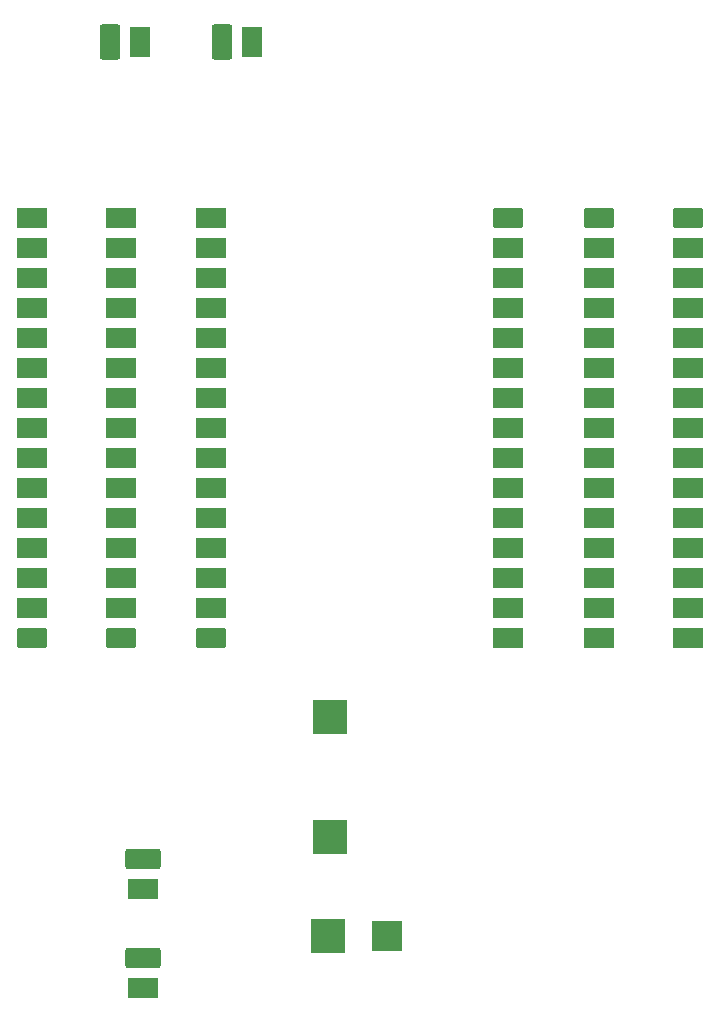
<source format=gbr>
%TF.GenerationSoftware,KiCad,Pcbnew,6.0.7+dfsg-1+b1*%
%TF.CreationDate,2022-10-20T00:31:16-05:00*%
%TF.ProjectId,esp32,65737033-322e-46b6-9963-61645f706362,rev?*%
%TF.SameCoordinates,Original*%
%TF.FileFunction,Copper,L2,Bot*%
%TF.FilePolarity,Positive*%
%FSLAX46Y46*%
G04 Gerber Fmt 4.6, Leading zero omitted, Abs format (unit mm)*
G04 Created by KiCad (PCBNEW 6.0.7+dfsg-1+b1) date 2022-10-20 00:31:16*
%MOMM*%
%LPD*%
G01*
G04 APERTURE LIST*
G04 Aperture macros list*
%AMRoundRect*
0 Rectangle with rounded corners*
0 $1 Rounding radius*
0 $2 $3 $4 $5 $6 $7 $8 $9 X,Y pos of 4 corners*
0 Add a 4 corners polygon primitive as box body*
4,1,4,$2,$3,$4,$5,$6,$7,$8,$9,$2,$3,0*
0 Add four circle primitives for the rounded corners*
1,1,$1+$1,$2,$3*
1,1,$1+$1,$4,$5*
1,1,$1+$1,$6,$7*
1,1,$1+$1,$8,$9*
0 Add four rect primitives between the rounded corners*
20,1,$1+$1,$2,$3,$4,$5,0*
20,1,$1+$1,$4,$5,$6,$7,0*
20,1,$1+$1,$6,$7,$8,$9,0*
20,1,$1+$1,$8,$9,$2,$3,0*%
G04 Aperture macros list end*
%TA.AperFunction,ComponentPad*%
%ADD10RoundRect,0.250000X1.020000X-0.620000X1.020000X0.620000X-1.020000X0.620000X-1.020000X-0.620000X0*%
%TD*%
%TA.AperFunction,ComponentPad*%
%ADD11R,2.540000X1.740000*%
%TD*%
%TA.AperFunction,ComponentPad*%
%ADD12RoundRect,0.250000X-0.620000X-1.250000X0.620000X-1.250000X0.620000X1.250000X-0.620000X1.250000X0*%
%TD*%
%TA.AperFunction,ComponentPad*%
%ADD13R,1.740000X2.540000*%
%TD*%
%TA.AperFunction,ComponentPad*%
%ADD14RoundRect,0.250000X-1.020000X0.620000X-1.020000X-0.620000X1.020000X-0.620000X1.020000X0.620000X0*%
%TD*%
%TA.AperFunction,ComponentPad*%
%ADD15R,2.500000X2.500000*%
%TD*%
%TA.AperFunction,ComponentPad*%
%ADD16R,3.000000X3.000000*%
%TD*%
%TA.AperFunction,ComponentPad*%
%ADD17RoundRect,0.250000X-1.250000X0.620000X-1.250000X-0.620000X1.250000X-0.620000X1.250000X0.620000X0*%
%TD*%
G04 APERTURE END LIST*
D10*
%TO.P,J6der1,1,Pin_1*%
%TO.N,3V3*%
X119937500Y-119590000D03*
D11*
%TO.P,J6der1,2,Pin_2*%
%TO.N,GND2*%
X119937500Y-117050000D03*
%TO.P,J6der1,3,Pin_3*%
%TO.N,D15*%
X119937500Y-114510000D03*
%TO.P,J6der1,4,Pin_4*%
%TO.N,D2*%
X119937500Y-111970000D03*
%TO.P,J6der1,5,Pin_5*%
%TO.N,D4*%
X119937500Y-109430000D03*
%TO.P,J6der1,6,Pin_6*%
%TO.N,RX2*%
X119937500Y-106890000D03*
%TO.P,J6der1,7,Pin_7*%
%TO.N,TX2*%
X119937500Y-104350000D03*
%TO.P,J6der1,8,Pin_8*%
%TO.N,D5*%
X119937500Y-101810000D03*
%TO.P,J6der1,9,Pin_9*%
%TO.N,D18*%
X119937500Y-99270000D03*
%TO.P,J6der1,10,Pin_10*%
%TO.N,D19*%
X119937500Y-96730000D03*
%TO.P,J6der1,11,Pin_11*%
%TO.N,D21*%
X119937500Y-94190000D03*
%TO.P,J6der1,12,Pin_12*%
%TO.N,RX0*%
X119937500Y-91650000D03*
%TO.P,J6der1,13,Pin_13*%
%TO.N,TX0*%
X119937500Y-89110000D03*
%TO.P,J6der1,14,Pin_14*%
%TO.N,D22*%
X119937500Y-86570000D03*
%TO.P,J6der1,15,Pin_15*%
%TO.N,D23*%
X119937500Y-84030000D03*
%TD*%
D12*
%TO.P,J1,1,Pin_1*%
%TO.N,D22*%
X128460000Y-69140000D03*
D13*
%TO.P,J1,2,Pin_2*%
%TO.N,D21*%
X131000000Y-69140000D03*
%TD*%
D12*
%TO.P,J7,1,Pin_1*%
%TO.N,D22*%
X119030000Y-69140000D03*
D13*
%TO.P,J7,2,Pin_2*%
%TO.N,D21*%
X121570000Y-69140000D03*
%TD*%
D14*
%TO.P,J4,1,Pin_1*%
%TO.N,EN*%
X160437500Y-84020000D03*
D11*
%TO.P,J4,2,Pin_2*%
%TO.N,VP*%
X160437500Y-86560000D03*
%TO.P,J4,3,Pin_3*%
%TO.N,VN*%
X160437500Y-89100000D03*
%TO.P,J4,4,Pin_4*%
%TO.N,D34*%
X160437500Y-91640000D03*
%TO.P,J4,5,Pin_5*%
%TO.N,D35*%
X160437500Y-94180000D03*
%TO.P,J4,6,Pin_6*%
%TO.N,D32*%
X160437500Y-96720000D03*
%TO.P,J4,7,Pin_7*%
%TO.N,D33*%
X160437500Y-99260000D03*
%TO.P,J4,8,Pin_8*%
%TO.N,D25*%
X160437500Y-101800000D03*
%TO.P,J4,9,Pin_9*%
%TO.N,D26*%
X160437500Y-104340000D03*
%TO.P,J4,10,Pin_10*%
%TO.N,D27*%
X160437500Y-106880000D03*
%TO.P,J4,11,Pin_11*%
%TO.N,D14*%
X160437500Y-109420000D03*
%TO.P,J4,12,Pin_12*%
%TO.N,D12*%
X160437500Y-111960000D03*
%TO.P,J4,13,Pin_13*%
%TO.N,D13*%
X160437500Y-114500000D03*
%TO.P,J4,14,Pin_14*%
%TO.N,GND*%
X160437500Y-117040000D03*
%TO.P,J4,15,Pin_15*%
%TO.N,VIN*%
X160437500Y-119580000D03*
%TD*%
D10*
%TO.P,J7der1,1,Pin_1*%
%TO.N,3V3*%
X112415000Y-119570000D03*
D11*
%TO.P,J7der1,2,Pin_2*%
%TO.N,GND2*%
X112415000Y-117030000D03*
%TO.P,J7der1,3,Pin_3*%
%TO.N,D15*%
X112415000Y-114490000D03*
%TO.P,J7der1,4,Pin_4*%
%TO.N,D2*%
X112415000Y-111950000D03*
%TO.P,J7der1,5,Pin_5*%
%TO.N,D4*%
X112415000Y-109410000D03*
%TO.P,J7der1,6,Pin_6*%
%TO.N,RX2*%
X112415000Y-106870000D03*
%TO.P,J7der1,7,Pin_7*%
%TO.N,TX2*%
X112415000Y-104330000D03*
%TO.P,J7der1,8,Pin_8*%
%TO.N,D5*%
X112415000Y-101790000D03*
%TO.P,J7der1,9,Pin_9*%
%TO.N,D18*%
X112415000Y-99250000D03*
%TO.P,J7der1,10,Pin_10*%
%TO.N,D19*%
X112415000Y-96710000D03*
%TO.P,J7der1,11,Pin_11*%
%TO.N,D21*%
X112415000Y-94170000D03*
%TO.P,J7der1,12,Pin_12*%
%TO.N,RX0*%
X112415000Y-91630000D03*
%TO.P,J7der1,13,Pin_13*%
%TO.N,TX0*%
X112415000Y-89090000D03*
%TO.P,J7der1,14,Pin_14*%
%TO.N,D22*%
X112415000Y-86550000D03*
%TO.P,J7der1,15,Pin_15*%
%TO.N,D23*%
X112415000Y-84010000D03*
%TD*%
D15*
%TO.P,J3,1,Pin_1*%
%TO.N,GND*%
X142500000Y-144800000D03*
D16*
%TO.P,J3,2,Pin_2*%
%TO.N,Net-(J3-Pad2)*%
X137500000Y-144800000D03*
%TD*%
D17*
%TO.P,J6,1,Pin_1*%
%TO.N,GND*%
X121842500Y-146730000D03*
D11*
%TO.P,J6,2,Pin_2*%
%TO.N,VIN*%
X121842500Y-149270000D03*
%TD*%
D10*
%TO.P,J8der1,1,Pin_1*%
%TO.N,3V3*%
X127600000Y-119570000D03*
D11*
%TO.P,J8der1,2,Pin_2*%
%TO.N,GND2*%
X127600000Y-117030000D03*
%TO.P,J8der1,3,Pin_3*%
%TO.N,D15*%
X127600000Y-114490000D03*
%TO.P,J8der1,4,Pin_4*%
%TO.N,D2*%
X127600000Y-111950000D03*
%TO.P,J8der1,5,Pin_5*%
%TO.N,D4*%
X127600000Y-109410000D03*
%TO.P,J8der1,6,Pin_6*%
%TO.N,RX2*%
X127600000Y-106870000D03*
%TO.P,J8der1,7,Pin_7*%
%TO.N,TX2*%
X127600000Y-104330000D03*
%TO.P,J8der1,8,Pin_8*%
%TO.N,D5*%
X127600000Y-101790000D03*
%TO.P,J8der1,9,Pin_9*%
%TO.N,D18*%
X127600000Y-99250000D03*
%TO.P,J8der1,10,Pin_10*%
%TO.N,D19*%
X127600000Y-96710000D03*
%TO.P,J8der1,11,Pin_11*%
%TO.N,D21*%
X127600000Y-94170000D03*
%TO.P,J8der1,12,Pin_12*%
%TO.N,RX0*%
X127600000Y-91630000D03*
%TO.P,J8der1,13,Pin_13*%
%TO.N,TX0*%
X127600000Y-89090000D03*
%TO.P,J8der1,14,Pin_14*%
%TO.N,D22*%
X127600000Y-86550000D03*
%TO.P,J8der1,15,Pin_15*%
%TO.N,D23*%
X127600000Y-84010000D03*
%TD*%
D17*
%TO.P,J8,1,Pin_1*%
%TO.N,GND*%
X121842500Y-138330000D03*
D11*
%TO.P,J8,2,Pin_2*%
%TO.N,VIN*%
X121842500Y-140870000D03*
%TD*%
D14*
%TO.P,J5,1,Pin_1*%
%TO.N,EN*%
X152687500Y-84020000D03*
D11*
%TO.P,J5,2,Pin_2*%
%TO.N,VP*%
X152687500Y-86560000D03*
%TO.P,J5,3,Pin_3*%
%TO.N,VN*%
X152687500Y-89100000D03*
%TO.P,J5,4,Pin_4*%
%TO.N,D34*%
X152687500Y-91640000D03*
%TO.P,J5,5,Pin_5*%
%TO.N,D35*%
X152687500Y-94180000D03*
%TO.P,J5,6,Pin_6*%
%TO.N,D32*%
X152687500Y-96720000D03*
%TO.P,J5,7,Pin_7*%
%TO.N,D33*%
X152687500Y-99260000D03*
%TO.P,J5,8,Pin_8*%
%TO.N,D25*%
X152687500Y-101800000D03*
%TO.P,J5,9,Pin_9*%
%TO.N,D26*%
X152687500Y-104340000D03*
%TO.P,J5,10,Pin_10*%
%TO.N,D27*%
X152687500Y-106880000D03*
%TO.P,J5,11,Pin_11*%
%TO.N,D14*%
X152687500Y-109420000D03*
%TO.P,J5,12,Pin_12*%
%TO.N,D12*%
X152687500Y-111960000D03*
%TO.P,J5,13,Pin_13*%
%TO.N,D13*%
X152687500Y-114500000D03*
%TO.P,J5,14,Pin_14*%
%TO.N,GND*%
X152687500Y-117040000D03*
%TO.P,J5,15,Pin_15*%
%TO.N,VIN*%
X152687500Y-119580000D03*
%TD*%
D16*
%TO.P,D1,1,K*%
%TO.N,Net-(J3-Pad2)*%
X137600000Y-136480000D03*
%TO.P,D1,2,A*%
%TO.N,VIN*%
X137600000Y-126320000D03*
%TD*%
D14*
%TO.P,J2,1,Pin_1*%
%TO.N,EN*%
X167915000Y-84020000D03*
D11*
%TO.P,J2,2,Pin_2*%
%TO.N,VP*%
X167915000Y-86560000D03*
%TO.P,J2,3,Pin_3*%
%TO.N,VN*%
X167915000Y-89100000D03*
%TO.P,J2,4,Pin_4*%
%TO.N,D34*%
X167915000Y-91640000D03*
%TO.P,J2,5,Pin_5*%
%TO.N,D35*%
X167915000Y-94180000D03*
%TO.P,J2,6,Pin_6*%
%TO.N,D32*%
X167915000Y-96720000D03*
%TO.P,J2,7,Pin_7*%
%TO.N,D33*%
X167915000Y-99260000D03*
%TO.P,J2,8,Pin_8*%
%TO.N,D25*%
X167915000Y-101800000D03*
%TO.P,J2,9,Pin_9*%
%TO.N,D26*%
X167915000Y-104340000D03*
%TO.P,J2,10,Pin_10*%
%TO.N,D27*%
X167915000Y-106880000D03*
%TO.P,J2,11,Pin_11*%
%TO.N,D14*%
X167915000Y-109420000D03*
%TO.P,J2,12,Pin_12*%
%TO.N,D12*%
X167915000Y-111960000D03*
%TO.P,J2,13,Pin_13*%
%TO.N,D13*%
X167915000Y-114500000D03*
%TO.P,J2,14,Pin_14*%
%TO.N,GND*%
X167915000Y-117040000D03*
%TO.P,J2,15,Pin_15*%
%TO.N,VIN*%
X167915000Y-119580000D03*
%TD*%
M02*

</source>
